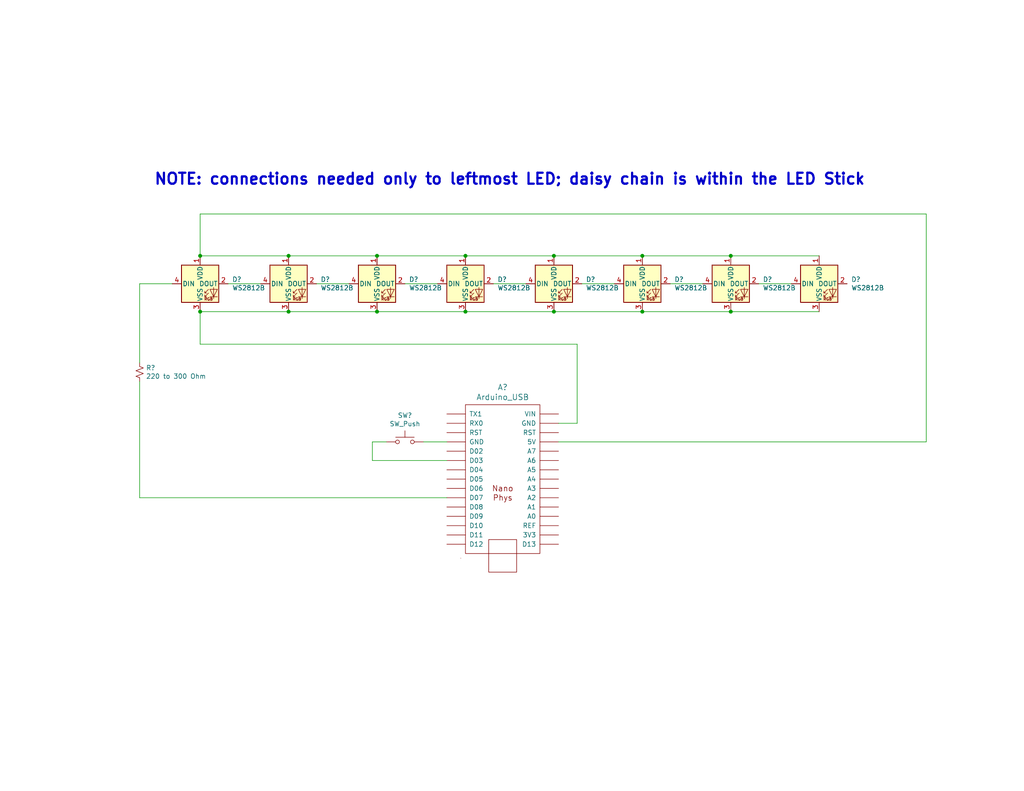
<source format=kicad_sch>
(kicad_sch (version 20230121) (generator eeschema)
  (paper "USLetter")
  (title_block (title "02 Persistence of Vision") (date "2023-04-13") (company "Author: https://github.com/Mark-MDO47/ArduinoClass/tree/master") (comment 1 "NOTE: Chips & Modules shown top view, notch at top"))
  (lib_symbols
    (symbol "02_PersistenceOfVision-rescue:Arduino_USB-mdoLibrary" (pin_names (offset 1.016))
      (property "Reference" "A" (at 0 0 0))
      (property "Value" "mdoLibrary_Arduino_USB" (at 0 2.54 90))
      (symbol "Arduino_USB-mdoLibrary_0_0"
        (rectangle (start -10.16 20.32) (end 10.16 -20.32))
        (text "Nano" (at 0 -2.54 0) (effects (font (size 1.524 1.524))))
        (text "Phys" (at 0 -5.08 0) (effects (font (size 1.524 1.524))))
      )
      (symbol "Arduino_USB-mdoLibrary_0_1"
        (rectangle (start -11.43 -21.59) (end -11.43 -21.59))
        (rectangle (start 3.81 -25.4) (end -3.81 -16.51))
      )
      (symbol "Arduino_USB-mdoLibrary_1_1"
        (pin input line (at 15.24 -15.24 180) (length 5.08) (name "3V3") (number "~"))
        (pin input line (at 15.24 10.16 180) (length 5.08) (name "5V") (number "~"))
        (pin input line (at 15.24 -10.16 180) (length 5.08) (name "A0") (number "~"))
        (pin input line (at 15.24 -7.62 180) (length 5.08) (name "A1") (number "~"))
        (pin input line (at 15.24 -5.08 180) (length 5.08) (name "A2") (number "~"))
        (pin input line (at 15.24 -2.54 180) (length 5.08) (name "A3") (number "~"))
        (pin input line (at 15.24 0 180) (length 5.08) (name "A4") (number "~"))
        (pin input line (at 15.24 2.54 180) (length 5.08) (name "A5") (number "~"))
        (pin input line (at 15.24 5.08 180) (length 5.08) (name "A6") (number "~"))
        (pin input line (at 15.24 7.62 180) (length 5.08) (name "A7") (number "~"))
        (pin input line (at -15.24 7.62 0) (length 5.08) (name "D02") (number "~"))
        (pin input line (at -15.24 5.08 0) (length 5.08) (name "D03") (number "~"))
        (pin input line (at -15.24 2.54 0) (length 5.08) (name "D04") (number "~"))
        (pin input line (at -15.24 0 0) (length 5.08) (name "D05") (number "~"))
        (pin input line (at -15.24 -2.54 0) (length 5.08) (name "D06") (number "~"))
        (pin input line (at -15.24 -5.08 0) (length 5.08) (name "D07") (number "~"))
        (pin input line (at -15.24 -7.62 0) (length 5.08) (name "D08") (number "~"))
        (pin input line (at -15.24 -10.16 0) (length 5.08) (name "D09") (number "~"))
        (pin input line (at -15.24 -12.7 0) (length 5.08) (name "D10") (number "~"))
        (pin input line (at -15.24 -15.24 0) (length 5.08) (name "D11") (number "~"))
        (pin input line (at -15.24 -17.78 0) (length 5.08) (name "D12") (number "~"))
        (pin input line (at 15.24 -17.78 180) (length 5.08) (name "D13") (number "~"))
        (pin input line (at -15.24 10.16 0) (length 5.08) (name "GND") (number "~"))
        (pin input line (at 15.24 15.24 180) (length 5.08) (name "GND") (number "~"))
        (pin input line (at 15.24 -12.7 180) (length 5.08) (name "REF") (number "~"))
        (pin input line (at -15.24 12.7 0) (length 5.08) (name "RST") (number "~"))
        (pin input line (at 15.24 12.7 180) (length 5.08) (name "RST") (number "~"))
        (pin input line (at -15.24 15.24 0) (length 5.08) (name "RX0") (number "~"))
        (pin input line (at -15.24 17.78 0) (length 5.08) (name "TX1") (number "~"))
        (pin input line (at 15.24 17.78 180) (length 5.08) (name "VIN") (number "~"))
      )
    )
    (symbol "Device:R_Small_US" (pin_numbers hide) (pin_names (offset 0.254) hide)
      (property "Reference" "R" (at 0.762 0.508 0))
      (property "Value" "R_Small_US" (at 0.762 -1.016 0))
      (symbol "R_Small_US_1_1"
        (polyline (pts (xy 0 0) (xy 1.016 -0.381) (xy 0 -0.762) (xy -1.016 -1.143) (xy 0 -1.524)))
        (polyline (pts (xy 0 1.524) (xy 1.016 1.143) (xy 0 0.762) (xy -1.016 0.381) (xy 0 0)))
        (pin passive line (at 0 2.54 270) (length 1.016) (name "~") (number "1"))
        (pin passive line (at 0 -2.54 90) (length 1.016) (name "~") (number "2"))
      )
    )
    (symbol "LED:WS2812B" (pin_names (offset 0.254))
      (property "Reference" "D" (at 5.08 5.715 0))
      (property "Value" "WS2812B" (at 1.27 -5.715 0))
      (symbol "WS2812B_0_0"
        (text "RGB" (at 2.286 -4.191 0) (effects (font (size 0.762 0.762))))
      )
      (symbol "WS2812B_0_1"
        (polyline (pts (xy 1.27 -3.556) (xy 1.778 -3.556)))
        (polyline (pts (xy 1.27 -2.54) (xy 1.778 -2.54)))
        (polyline (pts (xy 4.699 -3.556) (xy 2.667 -3.556)))
        (polyline (pts (xy 2.286 -2.54) (xy 1.27 -3.556) (xy 1.27 -3.048)))
        (polyline (pts (xy 2.286 -1.524) (xy 1.27 -2.54) (xy 1.27 -2.032)))
        (polyline (pts (xy 3.683 -1.016) (xy 3.683 -3.556) (xy 3.683 -4.064)))
        (polyline (pts (xy 4.699 -1.524) (xy 2.667 -1.524) (xy 3.683 -3.556) (xy 4.699 -1.524)))
        (rectangle (start 5.08 5.08) (end -5.08 -5.08) (stroke (width 0.254)) (fill (type background)))
      )
      (symbol "WS2812B_1_1"
        (pin power_in line (at 0 7.62 270) (length 2.54) (name "VDD") (number "1"))
        (pin output line (at 7.62 0 180) (length 2.54) (name "DOUT") (number "2"))
        (pin power_in line (at 0 -7.62 90) (length 2.54) (name "VSS") (number "3"))
        (pin input line (at -7.62 0 0) (length 2.54) (name "DIN") (number "4"))
      )
    )
    (symbol "Switch:SW_Push" (pin_numbers hide) (pin_names (offset 1.016) hide)
      (property "Reference" "SW" (at 1.27 2.54 0))
      (property "Value" "SW_Push" (at 0 -1.524 0))
      (symbol "SW_Push_0_1"
        (circle (center -2.032 0) (radius 0.508))
        (polyline (pts (xy 0 1.27) (xy 0 3.048)))
        (polyline (pts (xy 2.54 1.27) (xy -2.54 1.27)))
        (circle (center 2.032 0) (radius 0.508))
        (pin passive line (at -5.08 0 0) (length 2.54) (name "1") (number "1"))
        (pin passive line (at 5.08 0 180) (length 2.54) (name "2") (number "2"))
      )
    )
  )
  (junction (at 78.74 85.09))
  (junction (at 78.74 69.85))
  (junction (at 127 85.09))
  (junction (at 151.13 69.85))
  (junction (at 199.39 85.09))
  (junction (at 102.87 69.85))
  (junction (at 54.61 69.85))
  (junction (at 151.13 85.09))
  (junction (at 199.39 69.85))
  (junction (at 175.26 69.85))
  (junction (at 175.26 85.09))
  (junction (at 102.87 85.09))
  (junction (at 54.61 85.09))
  (junction (at 127 69.85))
  (wire (pts (xy 110.49 77.47) (xy 119.38 77.47)))
  (wire (pts (xy 38.1 77.47) (xy 38.1 99.06)))
  (wire (pts (xy 252.73 58.42) (xy 252.73 120.65)))
  (wire (pts (xy 105.41 120.65) (xy 101.6 120.65)))
  (wire (pts (xy 101.6 120.65) (xy 101.6 125.73)))
  (wire (pts (xy 127 85.09) (xy 102.87 85.09)))
  (wire (pts (xy 151.13 85.09) (xy 127 85.09)))
  (wire (pts (xy 151.13 69.85) (xy 127 69.85)))
  (wire (pts (xy 199.39 85.09) (xy 175.26 85.09)))
  (wire (pts (xy 252.73 58.42) (xy 54.61 58.42)))
  (wire (pts (xy 62.23 77.47) (xy 71.12 77.47)))
  (wire (pts (xy 78.74 69.85) (xy 54.61 69.85)))
  (wire (pts (xy 157.48 115.57) (xy 157.48 93.98)))
  (wire (pts (xy 121.92 120.65) (xy 115.57 120.65)))
  (wire (pts (xy 102.87 69.85) (xy 78.74 69.85)))
  (wire (pts (xy 86.36 77.47) (xy 95.25 77.47)))
  (wire (pts (xy 54.61 58.42) (xy 54.61 69.85)))
  (wire (pts (xy 38.1 135.89) (xy 38.1 104.14)))
  (wire (pts (xy 157.48 93.98) (xy 54.61 93.98)))
  (wire (pts (xy 152.4 115.57) (xy 157.48 115.57)))
  (wire (pts (xy 223.52 85.09) (xy 199.39 85.09)))
  (wire (pts (xy 182.88 77.47) (xy 191.77 77.47)))
  (wire (pts (xy 223.52 69.85) (xy 199.39 69.85)))
  (wire (pts (xy 78.74 85.09) (xy 54.61 85.09)))
  (wire (pts (xy 175.26 85.09) (xy 151.13 85.09)))
  (wire (pts (xy 121.92 125.73) (xy 101.6 125.73)))
  (wire (pts (xy 102.87 85.09) (xy 78.74 85.09)))
  (wire (pts (xy 158.75 77.47) (xy 167.64 77.47)))
  (wire (pts (xy 175.26 69.85) (xy 151.13 69.85)))
  (wire (pts (xy 54.61 85.09) (xy 54.61 93.98)))
  (wire (pts (xy 46.99 77.47) (xy 38.1 77.47)))
  (wire (pts (xy 207.01 77.47) (xy 215.9 77.47)))
  (wire (pts (xy 127 69.85) (xy 102.87 69.85)))
  (wire (pts (xy 134.62 77.47) (xy 143.51 77.47)))
  (wire (pts (xy 121.92 135.89) (xy 38.1 135.89)))
  (wire (pts (xy 152.4 120.65) (xy 252.73 120.65)))
  (wire (pts (xy 199.39 69.85) (xy 175.26 69.85)))
  (text "NOTE: connections needed only to leftmost LED; daisy chain is within the LED Stick" (at 41.91 50.8 0) (effects (font (size 2.9972 2.9972) (thickness 0.5994) bold) (justify left bottom)))
  (symbol (lib_id "Device:R_Small_US") (at 38.1 101.6 0) (unit 1)
    (property "Reference" "R?" (at 39.8272 100.4316 0) (effects (justify left)))
    (property "Value" "220 to 300 Ohm" (at 39.8272 102.743 0) (effects (justify left)))
  )
  (symbol (lib_id "Switch:SW_Push") (at 110.49 120.65 0) (unit 1)
    (property "Reference" "SW?" (at 110.49 113.411 0))
    (property "Value" "SW_Push" (at 110.49 115.7224 0))
  )
  (symbol (lib_id "02_PersistenceOfVision-rescue:Arduino_USB-mdoLibrary") (at 137.16 130.81 0) (unit 1)
    (property "Reference" "A?" (at 137.16 105.7402 0) (effects (font (size 1.524 1.524))))
    (property "Value" "Arduino_USB" (at 137.16 108.4326 0) (effects (font (size 1.524 1.524))))
  )
  (symbol (lib_id "LED:WS2812B") (at 54.61 77.47 0) (unit 1)
    (property "Reference" "D?" (at 63.3476 76.3016 0) (effects (justify left)))
    (property "Value" "WS2812B" (at 63.3476 78.613 0) (effects (justify left)))
    (property "Footprint" "LED_SMD:LED_WS2812B_PLCC4_5.0x5.0mm_P3.2mm" (effects hide))
    (property "Datasheet" "https://cdn-shop.adafruit.com/datasheets/WS2812B.pdf" (effects hide))
  )
  (symbol (lib_id "LED:WS2812B") (at 78.74 77.47 0) (unit 1)
    (property "Reference" "D?" (at 87.4776 76.3016 0) (effects (justify left)))
    (property "Value" "WS2812B" (at 87.4776 78.613 0) (effects (justify left)))
    (property "Footprint" "LED_SMD:LED_WS2812B_PLCC4_5.0x5.0mm_P3.2mm" (effects hide))
    (property "Datasheet" "https://cdn-shop.adafruit.com/datasheets/WS2812B.pdf" (effects hide))
  )
  (symbol (lib_id "LED:WS2812B") (at 102.87 77.47 0) (unit 1)
    (property "Reference" "D?" (at 111.6076 76.3016 0) (effects (justify left)))
    (property "Value" "WS2812B" (at 111.6076 78.613 0) (effects (justify left)))
    (property "Footprint" "LED_SMD:LED_WS2812B_PLCC4_5.0x5.0mm_P3.2mm" (effects hide))
    (property "Datasheet" "https://cdn-shop.adafruit.com/datasheets/WS2812B.pdf" (effects hide))
  )
  (symbol (lib_id "LED:WS2812B") (at 127 77.47 0) (unit 1)
    (property "Reference" "D?" (at 135.7376 76.3016 0) (effects (justify left)))
    (property "Value" "WS2812B" (at 135.7376 78.613 0) (effects (justify left)))
    (property "Footprint" "LED_SMD:LED_WS2812B_PLCC4_5.0x5.0mm_P3.2mm" (effects hide))
    (property "Datasheet" "https://cdn-shop.adafruit.com/datasheets/WS2812B.pdf" (effects hide))
  )
  (symbol (lib_id "LED:WS2812B") (at 151.13 77.47 0) (unit 1)
    (property "Reference" "D?" (at 159.8676 76.3016 0) (effects (justify left)))
    (property "Value" "WS2812B" (at 159.8676 78.613 0) (effects (justify left)))
    (property "Footprint" "LED_SMD:LED_WS2812B_PLCC4_5.0x5.0mm_P3.2mm" (effects hide))
    (property "Datasheet" "https://cdn-shop.adafruit.com/datasheets/WS2812B.pdf" (effects hide))
  )
  (symbol (lib_id "LED:WS2812B") (at 175.26 77.47 0) (unit 1)
    (property "Reference" "D?" (at 183.9976 76.3016 0) (effects (justify left)))
    (property "Value" "WS2812B" (at 183.9976 78.613 0) (effects (justify left)))
    (property "Footprint" "LED_SMD:LED_WS2812B_PLCC4_5.0x5.0mm_P3.2mm" (effects hide))
    (property "Datasheet" "https://cdn-shop.adafruit.com/datasheets/WS2812B.pdf" (effects hide))
  )
  (symbol (lib_id "LED:WS2812B") (at 199.39 77.47 0) (unit 1)
    (property "Reference" "D?" (at 208.1276 76.3016 0) (effects (justify left)))
    (property "Value" "WS2812B" (at 208.1276 78.613 0) (effects (justify left)))
    (property "Footprint" "LED_SMD:LED_WS2812B_PLCC4_5.0x5.0mm_P3.2mm" (effects hide))
    (property "Datasheet" "https://cdn-shop.adafruit.com/datasheets/WS2812B.pdf" (effects hide))
  )
  (symbol (lib_id "LED:WS2812B") (at 223.52 77.47 0) (unit 1)
    (property "Reference" "D?" (at 232.2576 76.3016 0) (effects (justify left)))
    (property "Value" "WS2812B" (at 232.2576 78.613 0) (effects (justify left)))
    (property "Footprint" "LED_SMD:LED_WS2812B_PLCC4_5.0x5.0mm_P3.2mm" (effects hide))
    (property "Datasheet" "https://cdn-shop.adafruit.com/datasheets/WS2812B.pdf" (effects hide))
  )
)
</source>
